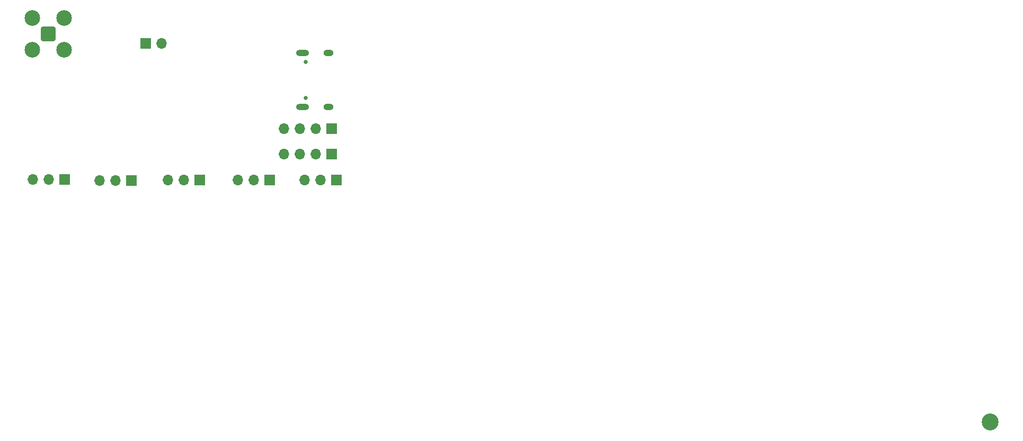
<source format=gbr>
%TF.GenerationSoftware,KiCad,Pcbnew,(6.0.7)*%
%TF.CreationDate,2022-11-19T04:14:00-05:00*%
%TF.ProjectId,picopilotv1,7069636f-7069-46c6-9f74-76312e6b6963,rev?*%
%TF.SameCoordinates,Original*%
%TF.FileFunction,Soldermask,Bot*%
%TF.FilePolarity,Negative*%
%FSLAX46Y46*%
G04 Gerber Fmt 4.6, Leading zero omitted, Abs format (unit mm)*
G04 Created by KiCad (PCBNEW (6.0.7)) date 2022-11-19 04:14:00*
%MOMM*%
%LPD*%
G01*
G04 APERTURE LIST*
G04 Aperture macros list*
%AMRoundRect*
0 Rectangle with rounded corners*
0 $1 Rounding radius*
0 $2 $3 $4 $5 $6 $7 $8 $9 X,Y pos of 4 corners*
0 Add a 4 corners polygon primitive as box body*
4,1,4,$2,$3,$4,$5,$6,$7,$8,$9,$2,$3,0*
0 Add four circle primitives for the rounded corners*
1,1,$1+$1,$2,$3*
1,1,$1+$1,$4,$5*
1,1,$1+$1,$6,$7*
1,1,$1+$1,$8,$9*
0 Add four rect primitives between the rounded corners*
20,1,$1+$1,$2,$3,$4,$5,0*
20,1,$1+$1,$4,$5,$6,$7,0*
20,1,$1+$1,$6,$7,$8,$9,0*
20,1,$1+$1,$8,$9,$2,$3,0*%
G04 Aperture macros list end*
%ADD10R,1.700000X1.700000*%
%ADD11O,1.700000X1.700000*%
%ADD12RoundRect,0.200100X0.949900X-0.949900X0.949900X0.949900X-0.949900X0.949900X-0.949900X-0.949900X0*%
%ADD13C,2.500000*%
%ADD14C,2.700000*%
%ADD15C,0.650000*%
%ADD16O,2.100000X1.000000*%
%ADD17O,1.600000X1.000000*%
G04 APERTURE END LIST*
D10*
%TO.C,P4*%
X125715000Y-110998000D03*
D11*
X123175000Y-110998000D03*
X120635000Y-110998000D03*
%TD*%
D10*
%TO.C,P1*%
X92949000Y-110941000D03*
D11*
X90409000Y-110941000D03*
X87869000Y-110941000D03*
%TD*%
D10*
%TO.C,J1*%
X135626000Y-102743000D03*
D11*
X133086000Y-102743000D03*
X130546000Y-102743000D03*
X128006000Y-102743000D03*
%TD*%
%TO.C,P5*%
X131318000Y-110998000D03*
X133858000Y-110998000D03*
D10*
X136398000Y-110998000D03*
%TD*%
%TO.C,J2*%
X105918000Y-89154000D03*
D11*
X108458000Y-89154000D03*
%TD*%
D12*
%TO.C,J4*%
X90337000Y-87630000D03*
D13*
X87797000Y-90170000D03*
X92877000Y-85090000D03*
X92877000Y-90170000D03*
X87797000Y-85090000D03*
%TD*%
D14*
%TO.C,H2*%
X240900000Y-149700000D03*
%TD*%
D15*
%TO.C,J3*%
X131512000Y-92106000D03*
X131512000Y-97886000D03*
D16*
X130982000Y-99316000D03*
D17*
X135162000Y-90676000D03*
X135162000Y-99316000D03*
D16*
X130982000Y-90676000D03*
%TD*%
D10*
%TO.C,P2*%
X103617000Y-111068000D03*
D11*
X101077000Y-111068000D03*
X98537000Y-111068000D03*
%TD*%
D10*
%TO.C,J5*%
X135636000Y-106807000D03*
D11*
X133096000Y-106807000D03*
X130556000Y-106807000D03*
X128016000Y-106807000D03*
%TD*%
D10*
%TO.C,P3*%
X114539000Y-110998000D03*
D11*
X111999000Y-110998000D03*
X109459000Y-110998000D03*
%TD*%
M02*

</source>
